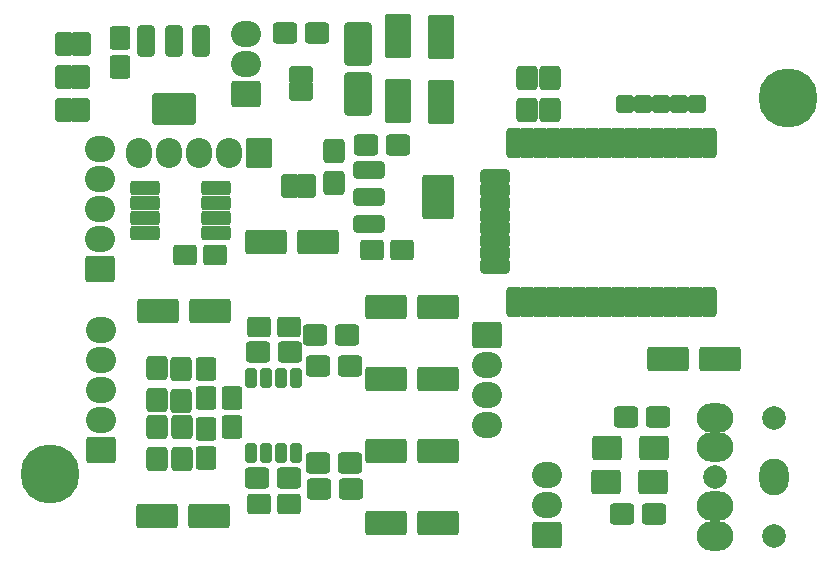
<source format=gts>
%TF.GenerationSoftware,KiCad,Pcbnew,6.0.5-a6ca702e91~116~ubuntu20.04.1*%
%TF.CreationDate,2022-06-15T21:03:55+02:00*%
%TF.ProjectId,vwcdpic_with_BT,76776364-7069-4635-9f77-6974685f4254,rev?*%
%TF.SameCoordinates,Original*%
%TF.FileFunction,Soldermask,Top*%
%TF.FilePolarity,Negative*%
%FSLAX46Y46*%
G04 Gerber Fmt 4.6, Leading zero omitted, Abs format (unit mm)*
G04 Created by KiCad (PCBNEW 6.0.5-a6ca702e91~116~ubuntu20.04.1) date 2022-06-15 21:03:55*
%MOMM*%
%LPD*%
G01*
G04 APERTURE LIST*
G04 Aperture macros list*
%AMRoundRect*
0 Rectangle with rounded corners*
0 $1 Rounding radius*
0 $2 $3 $4 $5 $6 $7 $8 $9 X,Y pos of 4 corners*
0 Add a 4 corners polygon primitive as box body*
4,1,4,$2,$3,$4,$5,$6,$7,$8,$9,$2,$3,0*
0 Add four circle primitives for the rounded corners*
1,1,$1+$1,$2,$3*
1,1,$1+$1,$4,$5*
1,1,$1+$1,$6,$7*
1,1,$1+$1,$8,$9*
0 Add four rect primitives between the rounded corners*
20,1,$1+$1,$2,$3,$4,$5,0*
20,1,$1+$1,$4,$5,$6,$7,0*
20,1,$1+$1,$6,$7,$8,$9,0*
20,1,$1+$1,$8,$9,$2,$3,0*%
%AMFreePoly0*
4,1,23,0.597202,0.984665,0.679605,0.929605,0.711341,0.890894,1.211341,0.140894,1.249171,0.049292,1.249067,-0.049813,1.211341,-0.140894,0.711341,-0.890894,0.641336,-0.961046,0.549813,-0.999067,0.500000,-1.004000,-0.500000,-1.004000,-0.597202,-0.984665,-0.679605,-0.929605,-0.734665,-0.847202,-0.754000,-0.750000,-0.754000,0.750000,-0.734665,0.847202,-0.679605,0.929605,-0.597202,0.984665,
-0.500000,1.004000,0.500000,1.004000,0.597202,0.984665,0.597202,0.984665,$1*%
%AMFreePoly1*
4,1,26,0.597202,0.984665,0.679605,0.929605,0.734665,0.847202,0.754000,0.750000,0.754000,-0.750000,0.734665,-0.847202,0.679605,-0.929605,0.597202,-0.984665,0.500000,-1.004000,-0.650000,-1.004000,-0.747202,-0.984665,-0.829605,-0.929605,-0.884665,-0.847202,-0.904000,-0.750000,-0.884665,-0.652798,-0.861341,-0.609106,-0.455270,0.000000,-0.861341,0.609106,-0.899171,0.700708,-0.899067,0.799813,
-0.861046,0.891336,-0.790894,0.961341,-0.699292,0.999171,-0.650000,1.004000,0.500000,1.004000,0.597202,0.984665,0.597202,0.984665,$1*%
G04 Aperture macros list end*
%ADD10RoundRect,0.254000X-1.499870X-0.800100X1.499870X-0.800100X1.499870X0.800100X-1.499870X0.800100X0*%
%ADD11RoundRect,0.254000X1.499870X0.800100X-1.499870X0.800100X-1.499870X-0.800100X1.499870X-0.800100X0*%
%ADD12RoundRect,0.254000X-0.750000X-0.650000X0.750000X-0.650000X0.750000X0.650000X-0.750000X0.650000X0*%
%ADD13RoundRect,0.254000X-0.650000X0.750000X-0.650000X-0.750000X0.650000X-0.750000X0.650000X0.750000X0*%
%ADD14RoundRect,0.254000X0.650000X-0.750000X0.650000X0.750000X-0.650000X0.750000X-0.650000X-0.750000X0*%
%ADD15RoundRect,0.254000X0.750000X0.650000X-0.750000X0.650000X-0.750000X-0.650000X0.750000X-0.650000X0*%
%ADD16RoundRect,0.254000X-0.254000X-0.571500X0.254000X-0.571500X0.254000X0.571500X-0.254000X0.571500X0*%
%ADD17RoundRect,0.254000X-0.750000X-0.625000X0.750000X-0.625000X0.750000X0.625000X-0.750000X0.625000X0*%
%ADD18RoundRect,0.254000X-0.625000X0.750000X-0.625000X-0.750000X0.625000X-0.750000X0.625000X0.750000X0*%
%ADD19RoundRect,0.254000X0.625000X-0.750000X0.625000X0.750000X-0.625000X0.750000X-0.625000X-0.750000X0*%
%ADD20RoundRect,0.254000X-1.016000X-0.863600X1.016000X-0.863600X1.016000X0.863600X-1.016000X0.863600X0*%
%ADD21O,2.540000X2.235200*%
%ADD22RoundRect,0.254000X0.750000X0.625000X-0.750000X0.625000X-0.750000X-0.625000X0.750000X-0.625000X0*%
%ADD23RoundRect,0.254000X-1.000000X-0.800000X1.000000X-0.800000X1.000000X0.800000X-1.000000X0.800000X0*%
%ADD24RoundRect,0.254000X-0.863600X1.016000X-0.863600X-1.016000X0.863600X-1.016000X0.863600X1.016000X0*%
%ADD25O,2.235200X2.540000*%
%ADD26RoundRect,0.254000X1.016000X0.863600X-1.016000X0.863600X-1.016000X-0.863600X1.016000X-0.863600X0*%
%ADD27FreePoly0,0.000000*%
%ADD28FreePoly1,0.000000*%
%ADD29RoundRect,0.254000X0.500000X-0.500000X0.500000X0.500000X-0.500000X0.500000X-0.500000X-0.500000X0*%
%ADD30RoundRect,0.254000X-0.400000X1.000000X-0.400000X-1.000000X0.400000X-1.000000X0.400000X1.000000X0*%
%ADD31RoundRect,0.254000X-1.000000X0.400000X-1.000000X-0.400000X1.000000X-0.400000X1.000000X0.400000X0*%
%ADD32C,2.008000*%
%ADD33O,2.508000X3.108000*%
%ADD34O,3.108000X2.508000*%
%ADD35RoundRect,0.254000X0.475000X1.075000X-0.475000X1.075000X-0.475000X-1.075000X0.475000X-1.075000X0*%
%ADD36RoundRect,0.254000X1.625000X1.075000X-1.625000X1.075000X-1.625000X-1.075000X1.625000X-1.075000X0*%
%ADD37RoundRect,0.254000X-1.075000X0.475000X-1.075000X-0.475000X1.075000X-0.475000X1.075000X0.475000X0*%
%ADD38RoundRect,0.254000X-1.075000X1.625000X-1.075000X-1.625000X1.075000X-1.625000X1.075000X1.625000X0*%
%ADD39RoundRect,0.254000X0.849630X-1.649730X0.849630X1.649730X-0.849630X1.649730X-0.849630X-1.649730X0*%
%ADD40FreePoly0,270.000000*%
%ADD41FreePoly1,270.000000*%
%ADD42RoundRect,0.254000X-0.900430X1.574800X-0.900430X-1.574800X0.900430X-1.574800X0.900430X1.574800X0*%
%ADD43RoundRect,0.254000X1.000000X-0.350000X1.000000X0.350000X-1.000000X0.350000X-1.000000X-0.350000X0*%
%ADD44C,5.008000*%
G04 APERTURE END LIST*
D10*
%TO.C,C14*%
X72229640Y-78333600D03*
X67830360Y-78333600D03*
%TD*%
%TO.C,C9*%
X72369640Y-60980000D03*
X67970360Y-60980000D03*
%TD*%
D11*
%TO.C,C6*%
X87232160Y-78917800D03*
X91631440Y-78917800D03*
%TD*%
D12*
%TO.C,R8*%
X81557800Y-75971400D03*
X84257800Y-75971400D03*
%TD*%
D13*
%TO.C,R10*%
X67867200Y-70764400D03*
X67867200Y-73464400D03*
%TD*%
D14*
%TO.C,R11*%
X69920000Y-68520000D03*
X69920000Y-65820000D03*
%TD*%
D15*
%TO.C,R15*%
X79097800Y-64439800D03*
X76397800Y-64439800D03*
%TD*%
D16*
%TO.C,U3*%
X75842800Y-72948800D03*
X77112800Y-72948800D03*
X78382800Y-72948800D03*
X79652800Y-72948800D03*
X79652800Y-66598800D03*
X78382800Y-66598800D03*
X77112800Y-66598800D03*
X75842800Y-66598800D03*
%TD*%
D17*
%TO.C,C15*%
X76501600Y-62306200D03*
X79001600Y-62306200D03*
%TD*%
%TO.C,C16*%
X76527000Y-77241400D03*
X79027000Y-77241400D03*
%TD*%
D11*
%TO.C,C20*%
X87232160Y-60629800D03*
X91631440Y-60629800D03*
%TD*%
D15*
%TO.C,R18*%
X79017800Y-75107800D03*
X76317800Y-75107800D03*
%TD*%
D12*
%TO.C,R21*%
X81253000Y-62992000D03*
X83953000Y-62992000D03*
%TD*%
D15*
%TO.C,R23*%
X84207000Y-73837800D03*
X81507000Y-73837800D03*
%TD*%
D18*
%TO.C,C7*%
X72007400Y-65813600D03*
X72007400Y-68313600D03*
%TD*%
D19*
%TO.C,C8*%
X72007400Y-73393600D03*
X72007400Y-70893600D03*
%TD*%
D20*
%TO.C,P3*%
X95758000Y-62992000D03*
D21*
X95758000Y-65532000D03*
X95758000Y-68072000D03*
X95758000Y-70612000D03*
%TD*%
D14*
%TO.C,R9*%
X67850000Y-68480000D03*
X67850000Y-65780000D03*
%TD*%
D13*
%TO.C,R12*%
X69975400Y-70793600D03*
X69975400Y-73493600D03*
%TD*%
D11*
%TO.C,C19*%
X87232160Y-66725800D03*
X91631440Y-66725800D03*
%TD*%
D22*
%TO.C,C4*%
X72760220Y-56219610D03*
X70260220Y-56219610D03*
%TD*%
D14*
%TO.C,D3*%
X99151600Y-43922000D03*
X99151600Y-41222000D03*
%TD*%
D23*
%TO.C,C27*%
X105876600Y-75401800D03*
X109876600Y-75401800D03*
%TD*%
%TO.C,C23*%
X105927400Y-72506200D03*
X109927400Y-72506200D03*
%TD*%
D12*
%TO.C,R25*%
X107237800Y-78170400D03*
X109937800Y-78170400D03*
%TD*%
D15*
%TO.C,R27*%
X110268000Y-69940800D03*
X107568000Y-69940800D03*
%TD*%
%TO.C,R20*%
X84185400Y-65557400D03*
X81485400Y-65557400D03*
%TD*%
D14*
%TO.C,D2*%
X101132800Y-43947400D03*
X101132800Y-41247400D03*
%TD*%
D24*
%TO.C,P2*%
X76494020Y-47558210D03*
D25*
X73954020Y-47558210D03*
X71414020Y-47558210D03*
X68874020Y-47558210D03*
X66334020Y-47558210D03*
%TD*%
D18*
%TO.C,C12*%
X74191800Y-68289800D03*
X74191800Y-70789800D03*
%TD*%
D13*
%TO.C,R19*%
X82804000Y-47418000D03*
X82804000Y-50118000D03*
%TD*%
D18*
%TO.C,C25*%
X64684910Y-37793610D03*
X64684910Y-40293610D03*
%TD*%
D26*
%TO.C,P4*%
X100866200Y-79923000D03*
D21*
X100866200Y-77383000D03*
X100866200Y-74843000D03*
%TD*%
D27*
%TO.C,JP1*%
X79095000Y-50370000D03*
D28*
X80545000Y-50370000D03*
%TD*%
D27*
%TO.C,JP3*%
X59981000Y-43942000D03*
D28*
X61431000Y-43942000D03*
%TD*%
D12*
%TO.C,R28*%
X78726710Y-37398210D03*
X81426710Y-37398210D03*
%TD*%
D17*
%TO.C,C2*%
X86095518Y-55817502D03*
X88595518Y-55817502D03*
%TD*%
D29*
%TO.C,J4*%
X108966000Y-43434000D03*
%TD*%
D11*
%TO.C,C38*%
X77048360Y-55118000D03*
X81447640Y-55118000D03*
%TD*%
D30*
%TO.C,U5*%
X114574000Y-46697000D03*
X113474000Y-46697000D03*
X112374000Y-46697000D03*
X111274000Y-46697000D03*
X110174000Y-46697000D03*
X109074000Y-46697000D03*
X107974000Y-46697000D03*
X106874000Y-46697000D03*
X105774000Y-46697000D03*
X104674000Y-46697000D03*
X103574000Y-46697000D03*
X102474000Y-46697000D03*
X101374000Y-46697000D03*
X100274000Y-46697000D03*
X99174000Y-46697000D03*
X98074000Y-46697000D03*
D31*
X96474000Y-49597000D03*
X96474000Y-50697000D03*
X96474000Y-51797000D03*
X96474000Y-52897000D03*
X96474000Y-53947000D03*
X96474000Y-54997000D03*
X96474000Y-56047000D03*
X96474000Y-57096996D03*
D30*
X98074000Y-60197000D03*
X99174000Y-60197000D03*
X100274000Y-60197000D03*
X101374000Y-60197000D03*
X102474000Y-60197000D03*
X103574000Y-60197000D03*
X104674000Y-60197000D03*
X105774000Y-60197000D03*
X106874000Y-60197000D03*
X107974000Y-60197000D03*
X109074000Y-60197000D03*
X110174000Y-60197000D03*
X111274000Y-60197000D03*
X112374000Y-60197000D03*
X113474000Y-60197000D03*
X114574000Y-60197000D03*
%TD*%
D26*
%TO.C,J6*%
X63092000Y-72714800D03*
D21*
X63092000Y-70174800D03*
X63092000Y-67634800D03*
X63092000Y-65094800D03*
X63092000Y-62554800D03*
%TD*%
D29*
%TO.C,J1*%
X113538000Y-43434000D03*
%TD*%
D32*
%TO.C,J7*%
X120062000Y-79970000D03*
X120062000Y-69970000D03*
X115062000Y-74970000D03*
D33*
X120062000Y-74970000D03*
D34*
X115062000Y-79970000D03*
X115062000Y-77470000D03*
X115062000Y-72470000D03*
X115062000Y-69970000D03*
%TD*%
D27*
%TO.C,JP5*%
X59981000Y-41148000D03*
D28*
X61431000Y-41148000D03*
%TD*%
D29*
%TO.C,J5*%
X107442000Y-43434000D03*
%TD*%
D26*
%TO.C,J8*%
X63054910Y-57408010D03*
D21*
X63054910Y-54868010D03*
X63054910Y-52328010D03*
X63054910Y-49788010D03*
X63054910Y-47248010D03*
%TD*%
D11*
%TO.C,C21*%
X87232160Y-72821800D03*
X91631440Y-72821800D03*
%TD*%
D35*
%TO.C,U4*%
X71556910Y-38048610D03*
D36*
X69256910Y-43848610D03*
D35*
X69256910Y-38048610D03*
X66956910Y-38048610D03*
%TD*%
D11*
%TO.C,C36*%
X111084360Y-65024000D03*
X115483640Y-65024000D03*
%TD*%
D37*
%TO.C,U1*%
X85817118Y-48996302D03*
D38*
X91617118Y-51296302D03*
D37*
X85817118Y-51296302D03*
X85817118Y-53596302D03*
%TD*%
D39*
%TO.C,D1*%
X88277110Y-43146230D03*
X88277110Y-37644590D03*
%TD*%
%TO.C,D4*%
X91909310Y-43255450D03*
X91909310Y-37753810D03*
%TD*%
D12*
%TO.C,R13*%
X85538318Y-46876702D03*
X88238318Y-46876702D03*
%TD*%
D40*
%TO.C,JP2*%
X80010000Y-40968000D03*
D41*
X80010000Y-42418000D03*
%TD*%
D26*
%TO.C,P1*%
X75348510Y-42579810D03*
D21*
X75348510Y-40039810D03*
X75348510Y-37499810D03*
%TD*%
D29*
%TO.C,J3*%
X110490000Y-43434000D03*
%TD*%
D42*
%TO.C,C35*%
X84879860Y-38346300D03*
X84879860Y-42598260D03*
%TD*%
D29*
%TO.C,J2*%
X112014000Y-43434000D03*
%TD*%
D43*
%TO.C,U6*%
X72825000Y-54340010D03*
X72825000Y-53070010D03*
X72825000Y-51800010D03*
X72825000Y-50530010D03*
X66825000Y-50530010D03*
X66825000Y-51800010D03*
X66825000Y-53070010D03*
X66825000Y-54340010D03*
%TD*%
D27*
%TO.C,JP4*%
X60018000Y-38354000D03*
D28*
X61468000Y-38354000D03*
%TD*%
D44*
%TO.C,H1*%
X58753500Y-74705700D03*
X121253500Y-42905700D03*
%TD*%
M02*

</source>
